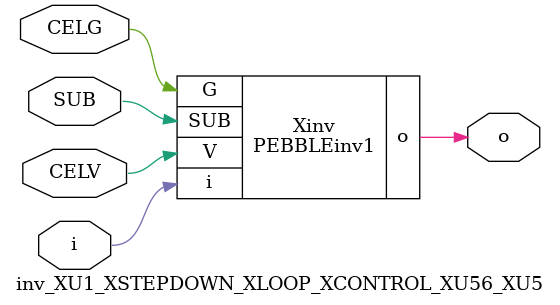
<source format=v>



module PEBBLEinv1 ( o, G, SUB, V, i );

  input V;
  input i;
  input G;
  output o;
  input SUB;
endmodule

//Celera Confidential Do Not Copy inv_XU1_XSTEPDOWN_XLOOP_XCONTROL_XU56_XU5
//Celera Confidential Symbol Generator
//5V Inverter
module inv_XU1_XSTEPDOWN_XLOOP_XCONTROL_XU56_XU5 (CELV,CELG,i,o,SUB);
input CELV;
input CELG;
input i;
input SUB;
output o;

//Celera Confidential Do Not Copy inv
PEBBLEinv1 Xinv(
.V (CELV),
.i (i),
.o (o),
.SUB (SUB),
.G (CELG)
);
//,diesize,PEBBLEinv1

//Celera Confidential Do Not Copy Module End
//Celera Schematic Generator
endmodule

</source>
